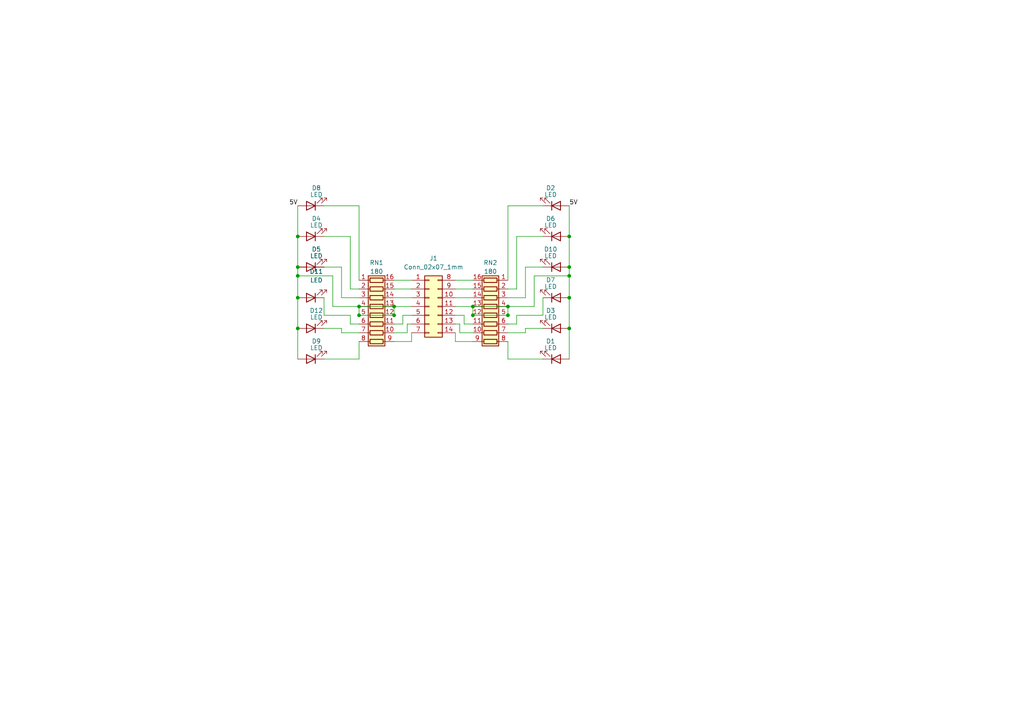
<source format=kicad_sch>
(kicad_sch (version 20230121) (generator eeschema)
  (paper "A4")
  (lib_symbols
    (symbol "Connector_Generic:Conn_02x07_Top_Bottom" (pin_names (offset 1.016) hide)
      (property "Reference" "J" (at 1.27 10.16 0))
      (property "Value" "Conn_02x07_Top_Bottom" (at 1.27 -10.16 0))
      (symbol "Conn_02x07_Top_Bottom_1_1"
        (rectangle (start -1.27 -7.493) (end 0 -7.747) (stroke (width 0.1524)))
        (rectangle (start -1.27 -4.953) (end 0 -5.207) (stroke (width 0.1524)))
        (rectangle (start -1.27 -2.413) (end 0 -2.667) (stroke (width 0.1524)))
        (rectangle (start -1.27 0.127) (end 0 -0.127) (stroke (width 0.1524)))
        (rectangle (start -1.27 2.667) (end 0 2.413) (stroke (width 0.1524)))
        (rectangle (start -1.27 5.207) (end 0 4.953) (stroke (width 0.1524)))
        (rectangle (start -1.27 7.747) (end 0 7.493) (stroke (width 0.1524)))
        (rectangle (start -1.27 8.89) (end 3.81 -8.89) (stroke (width 0.254)) (fill (type background)))
        (rectangle (start 3.81 -7.493) (end 2.54 -7.747) (stroke (width 0.1524)))
        (rectangle (start 3.81 -4.953) (end 2.54 -5.207) (stroke (width 0.1524)))
        (rectangle (start 3.81 -2.413) (end 2.54 -2.667) (stroke (width 0.1524)))
        (rectangle (start 3.81 0.127) (end 2.54 -0.127) (stroke (width 0.1524)))
        (rectangle (start 3.81 2.667) (end 2.54 2.413) (stroke (width 0.1524)))
        (rectangle (start 3.81 5.207) (end 2.54 4.953) (stroke (width 0.1524)))
        (rectangle (start 3.81 7.747) (end 2.54 7.493) (stroke (width 0.1524)))
        (pin passive line (at -5.08 7.62 0) (length 3.81) (name "Pin_1") (number "1"))
        (pin passive line (at 7.62 2.54 180) (length 3.81) (name "Pin_10") (number "10"))
        (pin passive line (at 7.62 0 180) (length 3.81) (name "Pin_11") (number "11"))
        (pin passive line (at 7.62 -2.54 180) (length 3.81) (name "Pin_12") (number "12"))
        (pin passive line (at 7.62 -5.08 180) (length 3.81) (name "Pin_13") (number "13"))
        (pin passive line (at 7.62 -7.62 180) (length 3.81) (name "Pin_14") (number "14"))
        (pin passive line (at -5.08 5.08 0) (length 3.81) (name "Pin_2") (number "2"))
        (pin passive line (at -5.08 2.54 0) (length 3.81) (name "Pin_3") (number "3"))
        (pin passive line (at -5.08 0 0) (length 3.81) (name "Pin_4") (number "4"))
        (pin passive line (at -5.08 -2.54 0) (length 3.81) (name "Pin_5") (number "5"))
        (pin passive line (at -5.08 -5.08 0) (length 3.81) (name "Pin_6") (number "6"))
        (pin passive line (at -5.08 -7.62 0) (length 3.81) (name "Pin_7") (number "7"))
        (pin passive line (at 7.62 7.62 180) (length 3.81) (name "Pin_8") (number "8"))
        (pin passive line (at 7.62 5.08 180) (length 3.81) (name "Pin_9") (number "9"))
      )
    )
    (symbol "Device:LED" (pin_numbers hide) (pin_names (offset 1.016) hide)
      (property "Reference" "D" (at 0 2.54 0))
      (property "Value" "LED" (at 0 -2.54 0))
      (symbol "LED_0_1"
        (polyline (pts (xy -1.27 -1.27) (xy -1.27 1.27)) (stroke (width 0.254)))
        (polyline (pts (xy -1.27 0) (xy 1.27 0)))
        (polyline (pts (xy 1.27 -1.27) (xy 1.27 1.27) (xy -1.27 0) (xy 1.27 -1.27)) (stroke (width 0.254)))
        (polyline (pts (xy -3.048 -0.762) (xy -4.572 -2.286) (xy -3.81 -2.286) (xy -4.572 -2.286) (xy -4.572 -1.524)))
        (polyline (pts (xy -1.778 -0.762) (xy -3.302 -2.286) (xy -2.54 -2.286) (xy -3.302 -2.286) (xy -3.302 -1.524)))
      )
      (symbol "LED_1_1"
        (pin passive line (at -3.81 0 0) (length 2.54) (name "K") (number "1"))
        (pin passive line (at 3.81 0 180) (length 2.54) (name "A") (number "2"))
      )
    )
    (symbol "Device:R_Pack08" (pin_names (offset 0) hide)
      (property "Reference" "RN" (at -12.7 0 90))
      (property "Value" "R_Pack08" (at 10.16 0 90))
      (symbol "R_Pack08_0_1"
        (rectangle (start -11.43 -2.413) (end 8.89 2.413) (stroke (width 0.254)) (fill (type background)))
        (rectangle (start -10.795 1.905) (end -9.525 -1.905) (stroke (width 0.254)))
        (rectangle (start -8.255 1.905) (end -6.985 -1.905) (stroke (width 0.254)))
        (rectangle (start -5.715 1.905) (end -4.445 -1.905) (stroke (width 0.254)))
        (rectangle (start -3.175 1.905) (end -1.905 -1.905) (stroke (width 0.254)))
        (rectangle (start -0.635 1.905) (end 0.635 -1.905) (stroke (width 0.254)))
        (polyline (pts (xy -10.16 -2.54) (xy -10.16 -1.905)))
        (polyline (pts (xy -10.16 1.905) (xy -10.16 2.54)))
        (polyline (pts (xy -7.62 -2.54) (xy -7.62 -1.905)))
        (polyline (pts (xy -7.62 1.905) (xy -7.62 2.54)))
        (polyline (pts (xy -5.08 -2.54) (xy -5.08 -1.905)))
        (polyline (pts (xy -5.08 1.905) (xy -5.08 2.54)))
        (polyline (pts (xy -2.54 -2.54) (xy -2.54 -1.905)))
        (polyline (pts (xy -2.54 1.905) (xy -2.54 2.54)))
        (polyline (pts (xy 0 -2.54) (xy 0 -1.905)))
        (polyline (pts (xy 0 1.905) (xy 0 2.54)))
        (polyline (pts (xy 2.54 -2.54) (xy 2.54 -1.905)))
        (polyline (pts (xy 2.54 1.905) (xy 2.54 2.54)))
        (polyline (pts (xy 5.08 -2.54) (xy 5.08 -1.905)))
        (polyline (pts (xy 5.08 1.905) (xy 5.08 2.54)))
        (polyline (pts (xy 7.62 -2.54) (xy 7.62 -1.905)))
        (polyline (pts (xy 7.62 1.905) (xy 7.62 2.54)))
        (rectangle (start 1.905 1.905) (end 3.175 -1.905) (stroke (width 0.254)))
        (rectangle (start 4.445 1.905) (end 5.715 -1.905) (stroke (width 0.254)))
        (rectangle (start 6.985 1.905) (end 8.255 -1.905) (stroke (width 0.254)))
      )
      (symbol "R_Pack08_1_1"
        (pin passive line (at -10.16 -5.08 90) (length 2.54) (name "R1.1") (number "1"))
        (pin passive line (at 5.08 5.08 270) (length 2.54) (name "R7.2") (number "10"))
        (pin passive line (at 2.54 5.08 270) (length 2.54) (name "R6.2") (number "11"))
        (pin passive line (at 0 5.08 270) (length 2.54) (name "R5.2") (number "12"))
        (pin passive line (at -2.54 5.08 270) (length 2.54) (name "R4.2") (number "13"))
        (pin passive line (at -5.08 5.08 270) (length 2.54) (name "R3.2") (number "14"))
        (pin passive line (at -7.62 5.08 270) (length 2.54) (name "R2.2") (number "15"))
        (pin passive line (at -10.16 5.08 270) (length 2.54) (name "R1.2") (number "16"))
        (pin passive line (at -7.62 -5.08 90) (length 2.54) (name "R2.1") (number "2"))
        (pin passive line (at -5.08 -5.08 90) (length 2.54) (name "R3.1") (number "3"))
        (pin passive line (at -2.54 -5.08 90) (length 2.54) (name "R4.1") (number "4"))
        (pin passive line (at 0 -5.08 90) (length 2.54) (name "R5.1") (number "5"))
        (pin passive line (at 2.54 -5.08 90) (length 2.54) (name "R6.1") (number "6"))
        (pin passive line (at 5.08 -5.08 90) (length 2.54) (name "R7.1") (number "7"))
        (pin passive line (at 7.62 -5.08 90) (length 2.54) (name "R8.1") (number "8"))
        (pin passive line (at 7.62 5.08 270) (length 2.54) (name "R8.2") (number "9"))
      )
    )
  )
  (junction (at 114.3 91.44))
  (junction (at 137.16 91.44))
  (junction (at 104.14 88.9))
  (junction (at 86.36 95.25))
  (junction (at 165.1 68.58))
  (junction (at 147.32 91.44))
  (junction (at 86.36 68.58))
  (junction (at 137.16 88.9))
  (junction (at 114.3 88.9))
  (junction (at 86.36 86.36))
  (junction (at 104.14 91.44))
  (junction (at 165.1 80.01))
  (junction (at 86.36 77.47))
  (junction (at 147.32 88.9))
  (junction (at 86.36 80.01))
  (junction (at 165.1 86.36))
  (junction (at 165.1 77.47))
  (junction (at 165.1 95.25))
  (wire (pts (xy 147.32 59.69) (xy 147.32 81.28)))
  (wire (pts (xy 134.62 93.98) (xy 137.16 93.98)))
  (wire (pts (xy 99.06 96.52) (xy 104.14 96.52)))
  (wire (pts (xy 116.84 93.98) (xy 114.3 93.98)))
  (wire (pts (xy 93.98 95.25) (xy 99.06 95.25)))
  (wire (pts (xy 104.14 86.36) (xy 99.06 86.36)))
  (wire (pts (xy 101.6 68.58) (xy 101.6 83.82)))
  (wire (pts (xy 134.62 91.44) (xy 132.08 91.44)))
  (wire (pts (xy 93.98 77.47) (xy 99.06 77.47)))
  (wire (pts (xy 116.84 91.44) (xy 119.38 91.44)))
  (wire (pts (xy 147.32 86.36) (xy 152.4 86.36)))
  (wire (pts (xy 154.94 80.01) (xy 154.94 88.9)))
  (wire (pts (xy 157.48 91.44) (xy 149.86 91.44)))
  (wire (pts (xy 157.48 95.25) (xy 152.4 95.25)))
  (wire (pts (xy 93.98 68.58) (xy 101.6 68.58)))
  (wire (pts (xy 137.16 88.9) (xy 132.08 88.9)))
  (wire (pts (xy 165.1 95.25) (xy 165.1 104.14)))
  (wire (pts (xy 114.3 81.28) (xy 119.38 81.28)))
  (wire (pts (xy 132.08 96.52) (xy 132.08 99.06)))
  (wire (pts (xy 116.84 91.44) (xy 116.84 93.98)))
  (wire (pts (xy 101.6 83.82) (xy 104.14 83.82)))
  (wire (pts (xy 86.36 86.36) (xy 86.36 95.25)))
  (wire (pts (xy 114.3 86.36) (xy 119.38 86.36)))
  (wire (pts (xy 137.16 88.9) (xy 147.32 88.9)))
  (wire (pts (xy 101.6 93.98) (xy 104.14 93.98)))
  (wire (pts (xy 133.35 93.98) (xy 132.08 93.98)))
  (wire (pts (xy 149.86 68.58) (xy 149.86 83.82)))
  (wire (pts (xy 149.86 91.44) (xy 149.86 93.98)))
  (wire (pts (xy 165.1 80.01) (xy 154.94 80.01)))
  (wire (pts (xy 154.94 88.9) (xy 147.32 88.9)))
  (wire (pts (xy 96.52 88.9) (xy 104.14 88.9)))
  (wire (pts (xy 99.06 95.25) (xy 99.06 96.52)))
  (wire (pts (xy 147.32 99.06) (xy 147.32 104.14)))
  (wire (pts (xy 101.6 91.44) (xy 101.6 93.98)))
  (wire (pts (xy 114.3 83.82) (xy 119.38 83.82)))
  (wire (pts (xy 93.98 59.69) (xy 104.14 59.69)))
  (wire (pts (xy 86.36 80.01) (xy 96.52 80.01)))
  (wire (pts (xy 114.3 88.9) (xy 119.38 88.9)))
  (wire (pts (xy 137.16 91.44) (xy 147.32 91.44)))
  (wire (pts (xy 137.16 83.82) (xy 132.08 83.82)))
  (wire (pts (xy 165.1 59.69) (xy 165.1 68.58)))
  (wire (pts (xy 133.35 93.98) (xy 133.35 96.52)))
  (wire (pts (xy 157.48 86.36) (xy 157.48 91.44)))
  (wire (pts (xy 147.32 88.9) (xy 147.32 91.44)))
  (wire (pts (xy 104.14 91.44) (xy 114.3 91.44)))
  (wire (pts (xy 86.36 95.25) (xy 86.36 104.14)))
  (wire (pts (xy 86.36 59.69) (xy 86.36 68.58)))
  (wire (pts (xy 157.48 77.47) (xy 152.4 77.47)))
  (wire (pts (xy 165.1 68.58) (xy 165.1 77.47)))
  (wire (pts (xy 152.4 86.36) (xy 152.4 77.47)))
  (wire (pts (xy 104.14 104.14) (xy 104.14 99.06)))
  (wire (pts (xy 114.3 88.9) (xy 114.3 91.44)))
  (wire (pts (xy 104.14 88.9) (xy 104.14 91.44)))
  (wire (pts (xy 134.62 91.44) (xy 134.62 93.98)))
  (wire (pts (xy 86.36 80.01) (xy 86.36 86.36)))
  (wire (pts (xy 86.36 68.58) (xy 86.36 77.47)))
  (wire (pts (xy 118.11 93.98) (xy 119.38 93.98)))
  (wire (pts (xy 104.14 59.69) (xy 104.14 81.28)))
  (wire (pts (xy 93.98 104.14) (xy 104.14 104.14)))
  (wire (pts (xy 93.98 86.36) (xy 93.98 91.44)))
  (wire (pts (xy 157.48 59.69) (xy 147.32 59.69)))
  (wire (pts (xy 165.1 80.01) (xy 165.1 86.36)))
  (wire (pts (xy 96.52 80.01) (xy 96.52 88.9)))
  (wire (pts (xy 157.48 104.14) (xy 147.32 104.14)))
  (wire (pts (xy 152.4 96.52) (xy 147.32 96.52)))
  (wire (pts (xy 152.4 95.25) (xy 152.4 96.52)))
  (wire (pts (xy 86.36 77.47) (xy 86.36 80.01)))
  (wire (pts (xy 149.86 93.98) (xy 147.32 93.98)))
  (wire (pts (xy 137.16 88.9) (xy 137.16 91.44)))
  (wire (pts (xy 93.98 91.44) (xy 101.6 91.44)))
  (wire (pts (xy 104.14 88.9) (xy 114.3 88.9)))
  (wire (pts (xy 149.86 83.82) (xy 147.32 83.82)))
  (wire (pts (xy 165.1 77.47) (xy 165.1 80.01)))
  (wire (pts (xy 133.35 96.52) (xy 137.16 96.52)))
  (wire (pts (xy 99.06 86.36) (xy 99.06 77.47)))
  (wire (pts (xy 137.16 81.28) (xy 132.08 81.28)))
  (wire (pts (xy 157.48 68.58) (xy 149.86 68.58)))
  (wire (pts (xy 118.11 93.98) (xy 118.11 96.52)))
  (wire (pts (xy 132.08 99.06) (xy 137.16 99.06)))
  (wire (pts (xy 165.1 86.36) (xy 165.1 95.25)))
  (wire (pts (xy 119.38 96.52) (xy 119.38 99.06)))
  (wire (pts (xy 119.38 99.06) (xy 114.3 99.06)))
  (wire (pts (xy 137.16 86.36) (xy 132.08 86.36)))
  (wire (pts (xy 118.11 96.52) (xy 114.3 96.52)))
  (label "5V" (at 165.1 59.69 0))
  (label "5V" (at 86.36 59.69 180))
  (symbol (lib_id "Device:R_Pack08") (at 109.22 91.44 270) (unit 1)
    (property "Reference" "RN1" (at 109.22 76.2 90))
    (property "Value" "180" (at 109.22 78.74 90))
    (property "Footprint" "Resistor_SMD:R_Array_Convex_8x0602" (effects hide))
    (property "Manufacturer" "Panasonic Electronic Components" (effects hide))
    (property "Part" "EXB-2HV181JV" (effects hide))
  )
  (symbol (lib_id "Device:LED") (at 90.17 104.14 180) (unit 1)
    (property "Reference" "D9" (at 91.7575 98.9711 0))
    (property "Value" "LED" (at 91.7575 100.8921 0))
    (property "Footprint" "Custom:LED_APG0603SEC-E-TT_KNB" (effects hide))
    (property "Datasheet" "https://www.mouser.com/datasheet/2/216/APG0603SEC_E_TT-953258.pdf" (effects hide))
    (property "Manufacturer" "Kingbright " (effects hide))
    (property "Part" "APG0603SEC-E-TT " (effects hide))
  )
  (symbol (lib_id "Device:LED") (at 90.17 95.25 180) (unit 1)
    (property "Reference" "D12" (at 91.7575 90.0811 0))
    (property "Value" "LED" (at 91.7575 92.0021 0))
    (property "Footprint" "Custom:LED_APG0603SEC-E-TT_KNB" (effects hide))
    (property "Datasheet" "https://www.mouser.com/datasheet/2/216/APG0603SEC_E_TT-953258.pdf" (effects hide))
    (property "Manufacturer" "Kingbright " (effects hide))
    (property "Part" "APG0603SEC-E-TT " (effects hide))
  )
  (symbol (lib_id "Connector_Generic:Conn_02x07_Top_Bottom") (at 124.46 88.9 0) (unit 1)
    (property "Reference" "J1" (at 125.73 74.93 0))
    (property "Value" "Conn_02x07_1mm" (at 125.73 77.47 0))
    (property "Footprint" "Custom:2x7 1 mm pitch header" (effects hide))
    (property "Datasheet" "https://gct.co/files/drawings/bc050.pdf?v=a41ffce7-6a2d-46ba-aec0-27493b347e80" (effects hide))
    (property "Manufacturer" "GCT" (effects hide))
    (property "Part" "BC050-14A-K0-0200-0160-0480-LB" (effects hide))
  )
  (symbol (lib_id "Device:LED") (at 161.29 95.25 0) (mirror x) (unit 1)
    (property "Reference" "D3" (at 159.7025 90.0811 0))
    (property "Value" "LED" (at 159.7025 92.0021 0))
    (property "Footprint" "Custom:LED_APG0603SEC-E-TT_KNB" (effects hide))
    (property "Datasheet" "https://www.mouser.com/datasheet/2/216/APG0603SEC_E_TT-953258.pdf" (effects hide))
    (property "Manufacturer" "Kingbright " (effects hide))
    (property "Part" "APG0603SEC-E-TT " (effects hide))
  )
  (symbol (lib_id "Device:LED") (at 161.29 59.69 0) (mirror x) (unit 1)
    (property "Reference" "D2" (at 159.7025 54.5211 0))
    (property "Value" "LED" (at 159.7025 56.4421 0))
    (property "Footprint" "Custom:LED_APG0603SEC-E-TT_KNB" (effects hide))
    (property "Datasheet" "https://www.mouser.com/datasheet/2/216/APG0603SEC_E_TT-953258.pdf" (effects hide))
    (property "Manufacturer" "Kingbright " (effects hide))
    (property "Part" "APG0603SEC-E-TT " (effects hide))
  )
  (symbol (lib_id "Device:LED") (at 90.17 77.47 180) (unit 1)
    (property "Reference" "D5" (at 91.7575 72.3011 0))
    (property "Value" "LED" (at 91.7575 74.2221 0))
    (property "Footprint" "Custom:LED_APG0603SEC-E-TT_KNB" (effects hide))
    (property "Datasheet" "https://www.mouser.com/datasheet/2/216/APG0603SEC_E_TT-953258.pdf" (effects hide))
    (property "Manufacturer" "Kingbright " (effects hide))
    (property "Part" "APG0603SEC-E-TT " (effects hide))
  )
  (symbol (lib_id "Device:LED") (at 161.29 77.47 0) (mirror x) (unit 1)
    (property "Reference" "D10" (at 159.7025 72.3011 0))
    (property "Value" "LED" (at 159.7025 74.2221 0))
    (property "Footprint" "Custom:LED_APG0603SEC-E-TT_KNB" (effects hide))
    (property "Datasheet" "https://www.mouser.com/datasheet/2/216/APG0603SEC_E_TT-953258.pdf" (effects hide))
    (property "Manufacturer" "Kingbright " (effects hide))
    (property "Part" "APG0603SEC-E-TT " (effects hide))
  )
  (symbol (lib_id "Device:LED") (at 161.29 68.58 0) (mirror x) (unit 1)
    (property "Reference" "D6" (at 159.7025 63.4111 0))
    (property "Value" "LED" (at 159.7025 65.3321 0))
    (property "Footprint" "Custom:LED_APG0603SEC-E-TT_KNB" (effects hide))
    (property "Datasheet" "https://www.mouser.com/datasheet/2/216/APG0603SEC_E_TT-953258.pdf" (effects hide))
    (property "Manufacturer" "Kingbright " (effects hide))
    (property "Part" "APG0603SEC-E-TT " (effects hide))
  )
  (symbol (lib_id "Device:LED") (at 161.29 86.36 0) (mirror x) (unit 1)
    (property "Reference" "D7" (at 159.7025 81.1911 0))
    (property "Value" "LED" (at 159.7025 83.1121 0))
    (property "Footprint" "Custom:LED_APG0603SEC-E-TT_KNB" (effects hide))
    (property "Datasheet" "https://www.mouser.com/datasheet/2/216/APG0603SEC_E_TT-953258.pdf" (effects hide))
    (property "Manufacturer" "Kingbright " (effects hide))
    (property "Part" "APG0603SEC-E-TT " (effects hide))
  )
  (symbol (lib_id "Device:LED") (at 161.29 104.14 0) (mirror x) (unit 1)
    (property "Reference" "D1" (at 159.7025 98.9711 0))
    (property "Value" "LED" (at 159.7025 100.8921 0))
    (property "Footprint" "Custom:LED_APG0603SEC-E-TT_KNB" (effects hide))
    (property "Datasheet" "https://www.mouser.com/datasheet/2/216/APG0603SEC_E_TT-953258.pdf" (effects hide))
    (property "Manufacturer" "Kingbright " (effects hide))
    (property "Part" "APG0603SEC-E-TT " (effects hide))
  )
  (symbol (lib_id "Device:LED") (at 90.17 86.36 180) (unit 1)
    (property "Reference" "D11" (at 91.7575 78.74 0))
    (property "Value" "LED" (at 91.7575 81.28 0))
    (property "Footprint" "Custom:LED_APG0603SEC-E-TT_KNB" (effects hide))
    (property "Datasheet" "https://www.mouser.com/datasheet/2/216/APG0603SEC_E_TT-953258.pdf" (effects hide))
    (property "Manufacturer" "Kingbright " (effects hide))
    (property "Part" "APG0603SEC-E-TT " (effects hide))
  )
  (symbol (lib_id "Device:LED") (at 90.17 59.69 180) (unit 1)
    (property "Reference" "D8" (at 91.7575 54.5211 0))
    (property "Value" "LED" (at 91.7575 56.4421 0))
    (property "Footprint" "Custom:LED_APG0603SEC-E-TT_KNB" (effects hide))
    (property "Datasheet" "https://www.mouser.com/datasheet/2/216/APG0603SEC_E_TT-953258.pdf" (effects hide))
    (property "Manufacturer" "Kingbright " (effects hide))
    (property "Part" "APG0603SEC-E-TT " (effects hide))
  )
  (symbol (lib_id "Device:LED") (at 90.17 68.58 180) (unit 1)
    (property "Reference" "D4" (at 91.7575 63.4111 0))
    (property "Value" "LED" (at 91.7575 65.3321 0))
    (property "Footprint" "Custom:LED_APG0603SEC-E-TT_KNB" (effects hide))
    (property "Datasheet" "https://www.mouser.com/datasheet/2/216/APG0603SEC_E_TT-953258.pdf" (effects hide))
    (property "Manufacturer" "Kingbright " (effects hide))
    (property "Part" "APG0603SEC-E-TT " (effects hide))
  )
  (symbol (lib_id "Device:R_Pack08") (at 142.24 91.44 90) (mirror x) (unit 1)
    (property "Reference" "RN2" (at 142.24 76.2 90))
    (property "Value" "180" (at 142.24 78.74 90))
    (property "Footprint" "Resistor_SMD:R_Array_Convex_8x0602" (effects hide))
    (property "Manufacturer" "Panasonic Electronic Components" (effects hide))
    (property "Part" "EXB-2HV181JV" (effects hide))
  )
)
</source>
